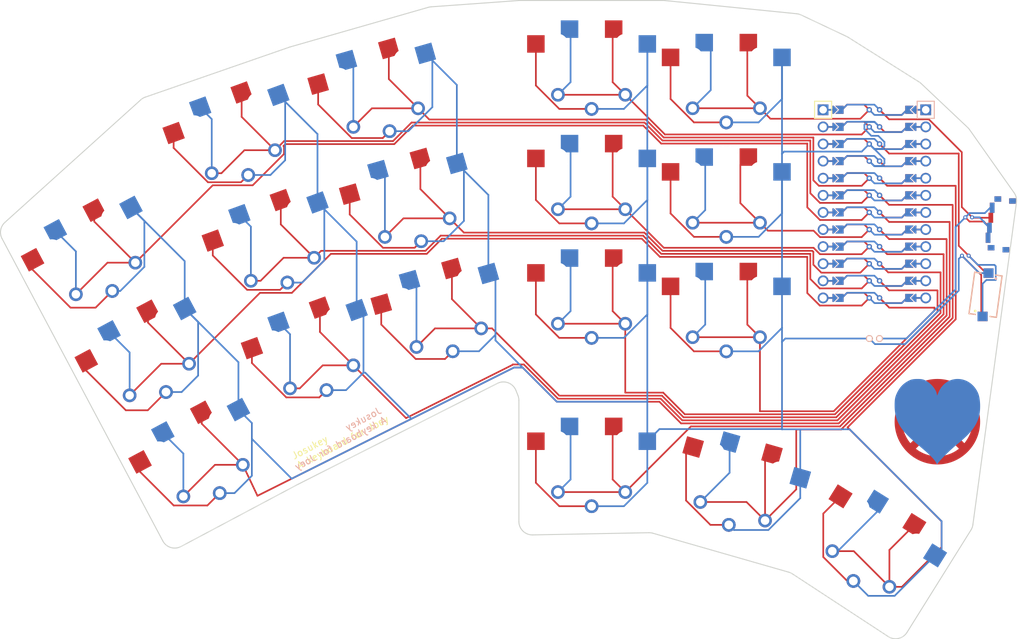
<source format=kicad_pcb>
(kicad_pcb (version 20221018) (generator pcbnew)
  (title_block (title "josukey") (rev "v1.0.0") (company "Unknown"))
  (layers (0 "F.Cu" signal) (31 "B.Cu" signal) (34 "B.Paste" user) (35 "F.Paste" user) (36 "B.SilkS" user "B.Silkscreen") (37 "F.SilkS" user "F.Silkscreen") (38 "B.Mask" user) (39 "F.Mask" user) (44 "Edge.Cuts" user))
  (net 0 "")
  (net 1 "main_pinky_bottom")
  (net 2 "GND")
  (net 3 "main_pinky_home")
  (net 4 "main_pinky_top")
  (net 5 "main_ring_bottom")
  (net 6 "main_ring_home")
  (net 7 "main_ring_top")
  (net 8 "main_middle_bottom")
  (net 9 "main_middle_home")
  (net 10 "main_middle_top")
  (net 11 "main_index_bottom")
  (net 12 "main_index_home")
  (net 13 "main_index_top")
  (net 14 "main_inner_bottom")
  (net 15 "main_inner_home")
  (net 16 "main_inner_top")
  (net 17 "thumb_inner_home")
  (net 18 "thumb_home_home")
  (net 19 "thumb_outer_home")
  (net 20 "RAW")
  (net 21 "RST")
  (net 22 "VCC")
  (net 23 "pos")
  (footprint "lib:bat" (layer "F.Cu") (at 274.499507 168.416655 -90)
    (fp_text reference "")
    (fp_text value "")
  )
  (footprint "ProMicro" (layer "F.Cu") (at 274.499507 148.416655 -90)
    (fp_text reference "MCU1" hide)
    (fp_text value "")
  )
  (footprint "PG1350" (layer "F.Cu") (at 232.499507 145.416655)
    (fp_text reference "S29" hide)
    (fp_text value "" hide)
  )
  (footprint "PG1350" (layer "F.Cu") (at 232.499507 162.416655)
    (fp_text reference "S28" hide)
    (fp_text value "" hide)
  )
  (footprint "PG1350" (layer "F.Cu") (at 158.543277 156.142182 28)
    (fp_text reference "S21" hide)
    (fp_text value "" hide)
  )
  (footprint "PG1350" (layer "F.Cu") (at 252.499507 130.416655)
    (fp_text reference "S33" hide)
    (fp_text value "" hide)
  )
  (footprint "PG1350" (layer "F.Cu") (at 166.524293 171.152291 -152)
    (fp_text reference "S2" hide)
    (fp_text value "" hide)
  )
  (footprint "PG1350" (layer "F.Cu") (at 174.50531 186.1624 -152)
    (fp_text reference "S1" hide)
    (fp_text value "" hide)
  )
  (footprint "PG1350" (layer "F.Cu") (at 200.87753 131.952732 16)
    (fp_text reference "S27" hide)
    (fp_text value "" hide)
  )
  (footprint "PG1350" (layer "F.Cu") (at 232.499507 128.416655)
    (fp_text reference "S30" hide)
    (fp_text value "" hide)
  )
  (footprint "434121025816" (layer "F.Cu") (at 290.999507 161.916655 82.2)
    (fp_text reference "")
    (fp_text value "")
  )
  (footprint "VIA-0.6mm" (layer "F.Cu") (at 287.999507 150.416655)
    (fp_text reference "REF**" hide)
    (fp_text value "VIA-0.6mm" hide)
  )
  (footprint "Button_Switch_SMD:SW_SPDT_PCM12" (layer "F.Cu") (at 293.099507 151.416655 82.2)
    (fp_text reference "")
    (fp_text value "")
  )
  (footprint "PG1350" (layer "F.Cu") (at 274.499507 199.416655 -32)
    (fp_text reference "S36" hide)
    (fp_text value "" hide)
  )
  (footprint "PG1350" (layer "F.Cu") (at 254.499507 190.416655 164)
    (fp_text reference "S17" hide)
    (fp_text value "" hide)
  )
  (footprint "PG1350" (layer "F.Cu") (at 166.524293 171.152291 28)
    (fp_text reference "S20" hide)
    (fp_text value "" hide)
  )
  (footprint "PG1350" (layer "F.Cu") (at 210.2492 164.63563 -164)
    (fp_text reference "S7" hide)
    (fp_text value "" hide)
  )
  (footprint "VIA-0.6mm" (layer "F.Cu") (at 288.999507 150.416655)
    (fp_text reference "REF**" hide)
    (fp_text value "VIA-0.6mm" hide)
  )
  (footprint "PG1350" (layer "F.Cu") (at 191.113328 170.53634 20)
    (fp_text reference "S22" hide)
    (fp_text value "" hide)
  )
  (footprint "PG1350" (layer "F.Cu") (at 232.499507 187.416655 180)
    (fp_text reference "S16" hide)
    (fp_text value "" hide)
  )
  (footprint "PG1350" (layer "F.Cu") (at 174.50531 186.1624 28)
    (fp_text reference "S19" hide)
    (fp_text value "" hide)
  )
  (footprint "PG1350" (layer "F.Cu") (at 232.499507 162.416655 180)
    (fp_text reference "S10" hide)
    (fp_text value "" hide)
  )
  (footprint "PG1350" (layer "F.Cu") (at 232.499507 128.416655 180)
    (fp_text reference "S12" hide)
    (fp_text value "" hide)
  )
  (footprint "PG1350" (layer "F.Cu") (at 205.563365 148.294181 -164)
    (fp_text reference "S8" hide)
    (fp_text value "" hide)
  )
  (footprint "VIA-0.6mm" (layer "F.Cu") (at 287.499507 156.116655)
    (fp_text reference "REF**" hide)
    (fp_text value "VIA-0.6mm" hide)
  )
  (footprint "PG1350" (layer "F.Cu") (at 254.499507 190.416655 -16)
    (fp_text reference "S35" hide)
    (fp_text value "" hide)
  )
  (footprint "PG1350" (layer "F.Cu") (at 191.113328 170.53634 -160)
    (fp_text reference "S4" hide)
    (fp_text value "" hide)
  )
  (footprint "VIA-0.6mm" (layer "F.Cu") (at 288.499507 156.116655)
    (fp_text reference "REF**" hide)
    (fp_text value "VIA-0.6mm" hide)
  )
  (footprint "PG1350" (layer "F.Cu") (at 274.499507 199.416655 148)
    (fp_text reference "S18" hide)
    (fp_text value "" hide)
  )
  (footprint "PG1350" (layer "F.Cu") (at 252.499507 147.416655)
    (fp_text reference "S32" hide)
    (fp_text value "" hide)
  )
  (footprint "PG1350" (layer "F.Cu") (at 205.563365 148.294181 16)
    (fp_text reference "S26" hide)
    (fp_text value "" hide)
  )
  (footprint "PG1350" (layer "F.Cu") (at 252.499507 147.416655 180)
    (fp_text reference "S14" hide)
    (fp_text value "" hide)
  )
  (footprint "PG1350" (layer "F.Cu") (at 252.499507 164.416655)
    (fp_text reference "S31" hide)
    (fp_text value "" hide)
  )
  (footprint "PG1350" (layer "F.Cu") (at 158.543277 156.142182 -152)
    (fp_text reference "S3" hide)
    (fp_text value "" hide)
  )
  (footprint "PG1350" (layer "F.Cu") (at 179.484643 138.586791 20)
    (fp_text reference "S24" hide)
    (fp_text value "" hide)
  )
  (footprint "PG1350" (layer "F.Cu") (at 252.499507 164.416655 180)
    (fp_text reference "S13" hide)
    (fp_text value "" hide)
  )
  (footprint "PG1350" (layer "F.Cu") (at 200.87753 131.952732 -164)
    (fp_text reference "S9" hide)
    (fp_text value "" hide)
  )
  (footprint "PG1350" (layer "F.Cu") (at 232.499507 145.416655 180)
    (fp_text reference "S11" hide)
    (fp_text value "" hide)
  )
  (footprint "PG1350" (layer "F.Cu") (at 210.2492 164.63563 16)
    (fp_text reference "S25" hide)
    (fp_text value "" hide)
  )
  (footprint "PG1350" (layer "F.Cu") (at 232.499507 187.416655)
    (fp_text reference "S34" hide)
    (fp_text value "" hide)
  )
  (footprint "PG1350" (layer "F.Cu") (at 179.484643 138.586791 -160)
    (fp_text reference "S6" hide)
    (fp_text value "" hide)
  )
  (footprint "PG1350" (layer "F.Cu") (at 185.298985 154.561565 20)
    (fp_text reference "S23" hide)
    (fp_text value "" hide)
  )
  (footprint "PG1350" (layer "F.Cu") (at 252.499507 130.416655 180)
    (fp_text reference "S15" hide)
    (fp_text value "" hide)
  )
  (footprint "PG1350" (layer "F.Cu") (at 185.298985 154.561565 -160)
    (fp_text reference "S5" hide)
    (fp_text value "" hide)
  )
  (gr_poly (pts (xy 284.175651 174.424937) (xy 284.497587 174.449517) (xy 284.814909 174.489991) (xy 285.127215 174.545955) (xy 285.434101 174.617009) (xy 285.735165 174.702747) (xy 286.030005 174.802767) (xy 286.318217 174.916667) (xy 286.599399 175.044045) (xy 286.873147 175.184495) (xy 287.139059 175.337617) (xy 287.396731 175.503007) (xy 287.645763 175.680263) (xy 287.885747 175.868979) (xy 288.116285 176.068757) (xy 288.336971 176.279189) (xy 288.547405 176.499877) (xy 288.747181 176.730413) (xy 288.935899 176.970399) (xy 289.113153 177.219429) (xy 289.278543 177.477101) (xy 289.431665 177.743013) (xy 289.572117 178.016761) (xy 289.699493 178.297943) (xy 289.813393 178.586155) (xy 289.913415 178.880995) (xy 289.999153 179.182059) (xy 290.070205 179.488947) (xy 290.126169 179.801253) (xy 290.166643 180.118573) (xy 290.191223 180.440509) (xy 290.199505 180.766655) (xy 290.191223 181.092799) (xy 290.166643 181.414735) (xy 290.126169 181.732057) (xy 290.070205 182.044363) (xy 289.999153 182.351249) (xy 289.913415 182.652313) (xy 289.813393 182.947153) (xy 289.699493 183.235365) (xy 289.572117 183.516547) (xy 289.431665 183.790295) (xy 289.278543 184.056207) (xy 289.113153 184.313879) (xy 288.935899 184.562911) (xy 288.747181 184.802895) (xy 288.547405 185.033433) (xy 288.336971 185.254119) (xy 288.116285 185.464553) (xy 287.885747 185.664329) (xy 287.645763 185.853047) (xy 287.396731 186.030301) (xy 287.139059 186.195691) (xy 286.873147 186.348813) (xy 286.599399 186.489265) (xy 286.318217 186.616641) (xy 286.030005 186.730541) (xy 285.735165 186.830563) (xy 285.434101 186.916301) (xy 285.127215 186.987353) (xy 284.814909 187.043317) (xy 284.497587 187.083791) (xy 284.175651 187.108371) (xy 283.849507 187.116653) (xy 283.523361 187.108371) (xy 283.201425 187.083791) (xy 282.884105 187.043317) (xy 282.571799 186.987353) (xy 282.264913 186.916301) (xy 281.963847 186.830563) (xy 281.669007 186.730541) (xy 281.380795 186.616641) (xy 281.099613 186.489265) (xy 280.825865 186.348813) (xy 280.559955 186.195691) (xy 280.302281 186.030301) (xy 280.053251 185.853047) (xy 279.813265 185.664329) (xy 279.582729 185.464553) (xy 279.362041 185.254119) (xy 279.151609 185.033433) (xy 278.951831 184.802895) (xy 278.930383 184.775619) (xy 280.649637 184.775619) (xy 280.793059 184.885965) (xy 280.939979 184.990913) (xy 281.090243 185.090405) (xy 281.243697 185.184371) (xy 281.400179 185.272751) (xy 281.559539 185.355479) (xy 281.721617 185.432491) (xy 281.886259 185.503723) (xy 282.053307 185.569109) (xy 282.222607 185.628587) (xy 282.394003 185.682091) (xy 282.567339 185.729559) (xy 282.742457 185.770923) (xy 282.919201 185.806123) (xy 283.097417 185.835093) (xy 283.276949 185.857767) (xy 283.276949 182.149367) (xy 284.422065 182.149367) (xy 284.422067 185.857765) (xy 284.601593 185.835077) (xy 284.779805 185.806095) (xy 284.956547 185.770885) (xy 285.131661 185.729511) (xy 285.304993 185.682037) (xy 285.476385 185.628529) (xy 285.645683 185.569049) (xy 285.812731 185.503661) (xy 285.977371 185.432431) (xy 286.139449 185.355423) (xy 286.298809 185.272701) (xy 286.455295 185.184329) (xy 286.608751 185.090369) (xy 286.759021 184.990889) (xy 286.905949 184.885951) (xy 287.049377 184.775621) (xy 284.422065 182.149367) (xy 283.276949 182.149367) (xy 280.649637 184.775619) (xy 278.930383 184.775619) (xy 278.763115 184.562911) (xy 278.585859 184.313879) (xy 278.420469 184.056207) (xy 278.267347 183.790295) (xy 278.126897 183.516547) (xy 277.999519 183.235365) (xy 277.885619 182.947153) (xy 277.785599 182.652313) (xy 277.699861 182.351249) (xy 277.628807 182.044363) (xy 277.572843 181.732057) (xy 277.532369 181.414735) (xy 277.507789 181.092799) (xy 277.499507 180.766655) (xy 278.644623 180.766655) (xy 278.650275 180.995561) (xy 278.666973 181.220875) (xy 278.694323 181.442537) (xy 278.731937 181.660491) (xy 278.779421 181.874677) (xy 278.836389 182.085039) (xy 278.902447 182.291517) (xy 278.977205 182.494053) (xy 279.060273 182.692589) (xy 279.151259 182.887067) (xy 279.249775 183.077431) (xy 279.355427 183.263619) (xy 279.467827 183.445575) (xy 279.586581 183.623239) (xy 279.711303 183.796557) (xy 279.841599 183.965467) (xy 283.276949 180.530117) (xy 283.276949 175.676071) (xy 284.422065 175.676071) (xy 284.422065 180.530117) (xy 287.858473 183.966525) (xy 287.988845 183.797517) (xy 288.113597 183.624101) (xy 288.232345 183.446339) (xy 288.344703 183.264289) (xy 288.450287 183.078009) (xy 288.548711 182.887559) (xy 288.639589 182.692997) (xy 288.722537 182.494383) (xy 288.797169 182.291777) (xy 288.863099 182.085235) (xy 288.919945 181.874817) (xy 288.967317 181.660583) (xy 289.004833 181.442589) (xy 289.032109 181.220899) (xy 289.048755 180.995567) (xy 289.054389 180.766655) (xy 289.048473 180.517267) (xy 289.030899 180.271407) (xy 289.001943 180.029303) (xy 288.961869 179.791183) (xy 288.910949 179.557281) (xy 288.849453 179.327823) (xy 288.777651 179.103043) (xy 288.695813 178.883169) (xy 288.604209 178.668431) (xy 288.503105 178.459057) (xy 288.392777 178.255281) (xy 288.273489 178.057331) (xy 288.145513 177.865439) (xy 288.009121 177.679831) (xy 287.864579 177.500739) (xy 287.712159 177.328395) (xy 287.552131 177.163025) (xy 287.384761 177.004863) (xy 287.210325 176.854137) (xy 287.029087 176.711079) (xy 286.841321 176.575915) (xy 286.647293 176.448879) (xy 286.447277 176.330199) (xy 286.241539 176.220105) (xy 286.030351 176.118827) (xy 285.813981 176.026597) (xy 285.592699 175.943643) (xy 285.366777 175.870195) (xy 285.136483 175.806485) (xy 284.902085 175.752741) (xy 284.663857 175.709193) (xy 284.422065 175.676071) (xy 283.276949 175.676071) (xy 283.276949 175.676601) (xy 283.035157 175.709673) (xy 282.796927 175.753175) (xy 282.562531 175.806877) (xy 282.332237 175.870549) (xy 282.106315 175.943961) (xy 281.885033 176.026881) (xy 281.668663 176.119079) (xy 281.457475 176.220327) (xy 281.251737 176.330395) (xy 281.051719 176.449051) (xy 280.857693 176.576065) (xy 280.669927 176.711207) (xy 280.488689 176.854249) (xy 280.314251 177.004957) (xy 280.146883 177.163105) (xy 279.986855 177.328461) (xy 279.834435 177.500793) (xy 279.689893 177.679875) (xy 279.553499 177.865473) (xy 279.425525 178.057359) (xy 279.306237 178.255303) (xy 279.195907 178.459075) (xy 279.094805 178.668441) (xy 279.003201 178.883177) (xy 278.921361 179.103049) (xy 278.849559 179.327827) (xy 278.788065 179.557283) (xy 278.737145 179.791185) (xy 278.697071 180.029303) (xy 278.668113 180.271407) (xy 278.650541 180.517267) (xy 278.644623 180.766655) (xy 277.499507 180.766655) (xy 277.507789 180.440509) (xy 277.532369 180.118573) (xy 277.572843 179.801253) (xy 277.628807 179.488947) (xy 277.699861 179.182061) (xy 277.785599 178.880995) (xy 277.885619 178.586155) (xy 277.999519 178.297943) (xy 278.126897 178.016761) (xy 278.267347 177.743013) (xy 278.420469 177.477103) (xy 278.585859 177.219429) (xy 278.763115 176.970399) (xy 278.951831 176.730413) (xy 279.151609 176.499877) (xy 279.362041 176.279189) (xy 279.582729 176.068757) (xy 279.813265 175.868979) (xy 280.053251 175.680263) (xy 280.302281 175.503007) (xy 280.559955 175.337617) (xy 280.825865 175.184495) (xy 281.099613 175.044045) (xy 281.380795 174.916667) (xy 281.669007 174.802767) (xy 281.963847 174.702747) (xy 282.264913 174.617009) (xy 282.571799 174.545955) (xy 282.884105 174.489991) (xy 283.201425 174.449517) (xy 283.523361 174.424937) (xy 283.849507 174.416655)) (fill solid) (layer "F.Cu"))
  (gr_poly (pts (xy 287.120725 174.427007) (xy 287.340391 174.453271) (xy 287.558685 174.495371) (xy 287.774739 174.553297) (xy 287.987687 174.627039) (xy 288.196667 174.716587) (xy 288.400811 174.821933) (xy 288.599257 174.943067) (xy 288.791135 175.079981) (xy 288.975583 175.232661) (xy 289.151735 175.401101) (xy 289.318727 175.585289) (xy 289.475691 175.785217) (xy 289.621763 176.000877) (xy 289.756079 176.232255) (xy 289.877773 176.479347) (xy 289.946819 176.652109) (xy 290.007669 176.845205) (xy 290.060261 177.056021) (xy 290.104537 177.281943) (xy 290.140435 177.520361) (xy 290.167895 177.768663) (xy 290.186855 178.024235) (xy 290.197257 178.284465) (xy 290.199039 178.546743) (xy 290.192141 178.808455) (xy 290.176503 179.066987) (xy 290.152063 179.319731) (xy 290.118761 179.564071) (xy 290.076539 179.797397) (xy 290.025333 180.017095) (xy 289.965085 180.220555) (xy 289.875737 180.470611) (xy 289.776067 180.714429) (xy 289.665027 180.953277) (xy 289.541571 181.188433) (xy 289.404651 181.421171) (xy 289.253221 181.652765) (xy 289.086237 181.884489) (xy 288.902651 182.117617) (xy 288.701415 182.353423) (xy 288.481485 182.593185) (xy 288.241815 182.838173) (xy 287.981355 183.089663) (xy 287.699061 183.348929) (xy 287.393887 183.617245) (xy 287.064785 183.895887) (xy 286.710711 184.186129) (xy 286.468405 184.386179) (xy 286.224379 184.595953) (xy 285.740069 185.033655) (xy 285.275579 185.477213) (xy 284.848705 185.904597) (xy 284.477245 186.293783) (xy 284.178995 186.622743) (xy 283.971755 186.869451) (xy 283.907823 186.955077) (xy 283.873319 187.011879) (xy 283.853773 187.054193) (xy 283.838351 187.085531) (xy 283.831791 187.097101) (xy 283.825789 187.105951) (xy 283.820189 187.112085) (xy 283.817489 187.114137) (xy 283.814829 187.115513) (xy 283.812193 187.116215) (xy 283.809557 187.116243) (xy 283.806903 187.115597) (xy 283.804211 187.114279) (xy 283.798635 187.109633) (xy 283.792673 187.102311) (xy 283.786165 187.092319) (xy 283.778955 187.079667) (xy 283.761797 187.046407) (xy 283.739939 187.002593) (xy 283.712119 186.948287) (xy 283.677079 186.883545) (xy 283.656457 186.847281) (xy 283.633557 186.808431) (xy 283.608221 186.767003) (xy 283.580293 186.723005) (xy 283.549613 186.676443) (xy 283.516027 186.627325) (xy 283.479373 186.575661) (xy 283.439497 186.521455) (xy 283.396239 186.464717) (xy 283.349445 186.405455) (xy 283.293491 186.337889) (xy 283.228737 186.263493) (xy 283.075939 186.097239) (xy 282.897259 185.912769) (xy 282.698901 185.716149) (xy 282.487073 185.513453) (xy 282.267985 185.310749) (xy 282.047843 185.114111) (xy 281.832853 184.929609) (xy 280.826319 184.080421) (xy 280.469689 183.774303) (xy 280.181389 183.520901) (xy 279.939351 183.300515) (xy 279.721503 183.093441) (xy 279.505775 182.879981) (xy 279.270099 182.640433) (xy 279.045261 182.401437) (xy 278.836899 182.161643) (xy 278.644743 181.920393) (xy 278.468527 181.677027) (xy 278.307981 181.430889) (xy 278.162837 181.181313) (xy 278.032825 180.927645) (xy 277.917681 180.669221) (xy 277.817133 180.405385) (xy 277.730917 180.135475) (xy 277.658759 179.858833) (xy 277.600395 179.574797) (xy 277.555557 179.282711) (xy 277.523975 178.981911) (xy 277.505381 178.671741) (xy 277.499507 178.351539) (xy 277.502501 178.057067) (xy 277.511553 177.803231) (xy 277.518757 177.689011) (xy 277.527961 177.581901) (xy 277.539327 177.480887) (xy 277.553019 177.384949) (xy 277.569197 177.293073) (xy 277.588023 177.204243) (xy 277.609661 177.117443) (xy 277.634271 177.031655) (xy 277.662015 176.945865) (xy 277.693057 176.859055) (xy 277.765677 176.678313) (xy 277.835541 176.522113) (xy 277.909379 176.371037) (xy 277.987159 176.225127) (xy 278.068849 176.084423) (xy 278.154419 175.948965) (xy 278.243835 175.818793) (xy 278.337067 175.693949) (xy 278.434081 175.574471) (xy 278.534849 175.460401) (xy 278.639335 175.351779) (xy 278.747509 175.248645) (xy 278.859341 175.151039) (xy 278.974797 175.059001) (xy 279.093845 174.972573) (xy 279.216455 174.891795) (xy 279.342595 174.816705) (xy 279.513675 174.721383) (xy 279.593581 174.678947) (xy 279.671323 174.639923) (xy 279.748091 174.604255) (xy 279.825077 174.571893) (xy 279.903473 174.542781) (xy 279.984473 174.516865) (xy 280.069269 174.494095) (xy 280.159051 174.474415) (xy 280.255013 174.457773) (xy 280.358347 174.444113) (xy 280.470243 174.433385) (xy 280.591897 174.425531) (xy 280.724499 174.420503) (xy 280.869241 174.418243) (xy 281.019741 174.418609) (xy 281.156091 174.421773) (xy 281.279733 174.427851) (xy 281.392107 174.436961) (xy 281.494651 174.449223) (xy 281.588805 174.464751) (xy 281.676013 174.483665) (xy 281.757711 174.506085) (xy 281.835341 174.532123) (xy 281.910345 174.561903) (xy 281.984161 174.595539) (xy 282.058229 174.633151) (xy 282.133989 174.674855) (xy 282.212883 174.720769) (xy 282.385831 174.825701) (xy 282.499121 174.899523) (xy 282.612071 174.982243) (xy 282.723937 175.072911) (xy 282.833969 175.170577) (xy 282.941423 175.274293) (xy 283.045549 175.383109) (xy 283.145601 175.496075) (xy 283.240833 175.612241) (xy 283.330495 175.730659) (xy 283.413841 175.850377) (xy 283.490125 175.970449) (xy 283.558597 176.089921) (xy 283.618513 176.207847) (xy 283.669123 176.323277) (xy 283.709681 176.435259) (xy 283.739441 176.542847) (xy 283.818815 176.888921) (xy 284.014607 176.412671) (xy 284.125247 176.168261) (xy 284.249221 175.939851) (xy 284.385667 175.727429) (xy 284.533717 175.530985) (xy 284.692507 175.350513) (xy 284.861171 175.186001) (xy 285.038845 175.037439) (xy 285.224661 174.904819) (xy 285.417757 174.788131) (xy 285.617267 174.687363) (xy 285.822325 174.602509) (xy 286.032065 174.533559) (xy 286.245623 174.480499) (xy 286.462133 174.443325) (xy 286.680729 174.422025) (xy 286.900549 174.416589)) (fill solid) (layer "B.Cu"))
  (gr_line (start 188.812047 190.107588) (end 171.523981 199.299815) (stroke (width 0.15)) (layer "Edge.Cuts"))
  (gr_line (start 221.771428 118.216655) (end 243.199756 118.216655) (stroke (width 0.15)) (layer "Edge.Cuts"))
  (gr_line (start 221.556768 176.859378) (end 221.261175 176.119508) (stroke (width 0.15)) (layer "Edge.Cuts"))
  (gr_line (start 288.614821 137.380017) (end 295.246129 146.774369) (stroke (width 0.15)) (layer "Edge.Cuts"))
  (gr_arc (start 295.246129 146.774369) (mid 295.554809 147.452084) (end 295.594154 148.195746) (stroke (width 0.15)) (layer "Edge.Cuts"))
  (gr_line (start 288.835436 196.854835) (end 279.335578 212.057787) (stroke (width 0.15)) (layer "Edge.Cuts"))
  (gr_arc (start 188.812047 190.107588) (mid 188.829799 190.098263) (end 188.847644 190.089116) (stroke (width 0.15)) (layer "Edge.Cuts"))
  (gr_arc (start 281.134041 130.312473) (mid 281.293665 130.424192) (end 281.441661 130.550912) (stroke (width 0.15)) (layer "Edge.Cuts"))
  (gr_arc (start 223.737447 197.577988) (mid 222.298772 197.005912) (end 221.699507 195.578348) (stroke (width 0.15)) (layer "Edge.Cuts"))
  (gr_line (start 218.500568 175.077153) (end 188.847644 190.089116) (stroke (width 0.15)) (layer "Edge.Cuts"))
  (gr_line (start 281.441661 130.550912) (end 288.354133 137.079357) (stroke (width 0.15)) (layer "Edge.Cuts"))
  (gr_arc (start 261.778827 203.11502) (mid 262.060161 203.219093) (end 262.322766 203.364072) (stroke (width 0.15)) (layer "Edge.Cuts"))
  (gr_line (start 295.594154 148.195746) (end 289.121301 196.063007) (stroke (width 0.15)) (layer "Edge.Cuts"))
  (gr_line (start 187.736788 125.109725) (end 208.247609 119.228342) (stroke (width 0.15)) (layer "Edge.Cuts"))
  (gr_arc (start 289.121301 196.063007) (mid 289.020503 196.474132) (end 288.835436 196.854835) (stroke (width 0.15)) (layer "Edge.Cuts"))
  (gr_arc (start 218.500568 175.077153) (mid 220.110394 174.990455) (end 221.261175 176.119508) (stroke (width 0.15)) (layer "Edge.Cuts"))
  (gr_arc (start 221.627771 118.221821) (mid 221.699553 118.217947) (end 221.771428 118.216655) (stroke (width 0.15)) (layer "Edge.Cuts"))
  (gr_line (start 145.377976 151.160769) (end 165.546146 132.96746) (stroke (width 0.15)) (layer "Edge.Cuts"))
  (gr_arc (start 270.390193 123.565034) (mid 270.497752 123.619855) (end 270.601807 123.681066) (stroke (width 0.15)) (layer "Edge.Cuts"))
  (gr_arc (start 171.523981 199.299815) (mid 170.000295 199.446529) (end 168.819143 198.472863) (stroke (width 0.15)) (layer "Edge.Cuts"))
  (gr_line (start 241.00598 197.25034) (end 223.737447 197.577988) (stroke (width 0.15)) (layer "Edge.Cuts"))
  (gr_line (start 276.544268 212.67142) (end 262.322766 203.364072) (stroke (width 0.15)) (layer "Edge.Cuts"))
  (gr_line (start 243.398763 118.22658) (end 262.956349 120.182339) (stroke (width 0.15)) (layer "Edge.Cuts"))
  (gr_arc (start 165.546147 132.96746) (mid 165.86808 132.730802) (end 166.230632 132.562861) (stroke (width 0.15)) (layer "Edge.Cuts"))
  (gr_arc (start 208.247609 119.228341) (mid 208.449542 119.181611) (end 208.655227 119.156031) (stroke (width 0.15)) (layer "Edge.Cuts"))
  (gr_arc (start 144.951717 153.584764) (mid 144.747836 152.299435) (end 145.377976 151.160769) (stroke (width 0.15)) (layer "Edge.Cuts"))
  (gr_line (start 263.611355 120.363916) (end 270.390193 123.565034) (stroke (width 0.15)) (layer "Edge.Cuts"))
  (gr_line (start 166.230632 132.562861) (end 187.632913 125.142598) (stroke (width 0.15)) (layer "Edge.Cuts"))
  (gr_arc (start 262.95635 120.182339) (mid 263.291623 120.245098) (end 263.611355 120.363916) (stroke (width 0.15)) (layer "Edge.Cuts"))
  (gr_line (start 168.819143 198.472863) (end 144.951717 153.584763) (stroke (width 0.15)) (layer "Edge.Cuts"))
  (gr_line (start 208.655227 119.156031) (end 221.627771 118.221821) (stroke (width 0.15)) (layer "Edge.Cuts"))
  (gr_arc (start 279.335578 212.057786) (mid 278.068902 212.951304) (end 276.544268 212.67142) (stroke (width 0.15)) (layer "Edge.Cuts"))
  (gr_arc (start 187.632913 125.142598) (mid 187.684627 125.125454) (end 187.736788 125.109725) (stroke (width 0.15)) (layer "Edge.Cuts"))
  (gr_line (start 270.601807 123.681066) (end 281.134041 130.312472) (stroke (width 0.15)) (layer "Edge.Cuts"))
  (gr_line (start 261.778827 203.11502) (end 241.595195 197.327457) (stroke (width 0.15)) (layer "Edge.Cuts"))
  (gr_arc (start 241.00598 197.25034) (mid 241.303468 197.266893) (end 241.595195 197.327457) (stroke (width 0.15)) (layer "Edge.Cuts"))
  (gr_arc (start 243.199756 118.216654) (mid 243.299383 118.219137) (end 243.398763 118.22658) (stroke (width 0.15)) (layer "Edge.Cuts"))
  (gr_arc (start 221.556768 176.859378) (mid 221.663498 177.223582) (end 221.699507 177.60139) (stroke (width 0.15)) (layer "Edge.Cuts"))
  (gr_arc (start 288.354132 137.079357) (mid 288.491973 137.223187) (end 288.614821 137.380017) (stroke (width 0.15)) (layer "Edge.Cuts"))
  (gr_line (start 221.699507 195.578348) (end 221.699507 177.60139) (stroke (width 0.15)) (layer "Edge.Cuts"))
  (gr_text "Josukey\nA keyboard for Joey" (at 201.631196 179.667301 28) (layer "B.SilkS") (effects (font (size 1 1)) (justify left mirror)))
  (gr_text "Josukey\nA keyboard for Joey" (at 188.386982 186.709374 28) (layer "F.SilkS") (effects (font (size 1 1)) (justify left)))
  (segment (start 222.25 172.72) (end 220.98 172.72) (width 0.25) (layer "F.Cu") (net 1))
  (segment (start 245.786655 181.016655) (end 242.57 177.8) (width 0.25) (layer "F.Cu") (net 1))
  (segment (start 227.33 177.8) (end 222.25 172.72) (width 0.25) (layer "F.Cu") (net 1))
  (segment (start 171.874564 191.864959) (end 176.56928 187.170243) (width 0.25) (layer "F.Cu") (net 1))
  (segment (start 285.22 153.67) (end 285.22 164.990812) (width 0.25) (layer "F.Cu") (net 1))
  (segment (start 174.603608 179.371342) (end 174.603608 181.069811) (width 0.25) (layer "F.Cu") (net 1))
  (segment (start 182.88 191.77) (end 180.70404 187.170243) (width 0.25) (layer "F.Cu") (net 1))
  (segment (start 242.57 177.8) (end 227.33 177.8) (width 0.25) (layer "F.Cu") (net 1))
  (segment (start 285.22 164.990812) (end 269.194157 181.016655) (width 0.25) (layer "F.Cu") (net 1))
  (segment (start 176.56928 187.170243) (end 180.70404 187.170243) (width 0.25) (layer "F.Cu") (net 1))
  (segment (start 220.98 172.72) (end 182.88 191.77) (width 0.25) (layer "F.Cu") (net 1))
  (segment (start 276.676507 153.641655) (end 285.191655 153.641655) (width 0.25) (layer "F.Cu") (net 1))
  (segment (start 269.194157 181.016655) (end 245.786655 181.016655) (width 0.25) (layer "F.Cu") (net 1))
  (segment (start 275.261507 152.226655) (end 276.676507 153.641655) (width 0.25) (layer "F.Cu") (net 1))
  (segment (start 174.603608 181.069811) (end 180.70404 187.170243) (width 0.25) (layer "F.Cu") (net 1))
  (segment (start 285.191655 153.641655) (end 285.22 153.67) (width 0.25) (layer "F.Cu") (net 1))
  (segment (start 168.820301 182.446381) (end 171.874564 185.500644) (width 0.25) (layer "B.Cu") (net 1))
  (segment (start 171.874564 185.500644) (end 171.874564 191.864959) (width 0.25) (layer "B.Cu") (net 1))
  (segment (start 224.224507 158.666655) (end 224.224507 164.838116) (width 0.25) (layer "F.Cu") (net 2))
  (segment (start 201.487791 138.640175) (end 202.50379 137.624176) (width 0.25) (layer "F.Cu") (net 2))
  (segment (start 182.054796 169.842709) (end 182.054796 172.053989) (width 0.25) (layer "F.Cu") (net 2))
  (segment (start 157.457383 173.198456) (end 163.328927 179.07) (width 0.25) (layer "F.Cu") (net 2))
  (segment (start 206.21525 154.94) (end 207.189625 153.965625) (width 0.25) (layer "F.Cu") (net 2))
  (segment (start 224.224507 189.838116) (end 227.703046 193.316655) (width 0.25) (layer "F.Cu") (net 2))
  (segment (start 180.424815 145.208724) (end 181.502562 144.130977) (width 0.25) (layer "F.Cu") (net 2))
  (segment (start 176.240453 156.079214) (end 181.344737 161.183498) (width 0.25) (layer "F.Cu") (net 2))
  (segment (start 269.469106 191.851393) (end 266.904573 194.415926) (width 0.25) (layer "F.Cu") (net 2))
  (segment (start 181.344737 161.183498) (end 186.239157 161.183498) (width 0.25) (layer "F.Cu") (net 2))
  (segment (start 166.585857 179.07) (end 169.294175 176.361682) (width 0.25) (layer "F.Cu") (net 2))
  (segment (start 196.575284 149.992429) (end 201.522855 154.94) (width 0.25) (layer "F.Cu") (net 2))
  (segment (start 224.224507 124.666655) (end 224.224507 130.838116) (width 0.25) (layer "F.Cu") (net 2))
  (segment (start 191.889449 130.6289) (end 191.889449 133.65098) (width 0.25) (layer "F.Cu") (net 2))
  (segment (start 224.224507 164.838116) (end 227.703046 168.316655) (width 0.25) (layer "F.Cu") (net 2))
  (segment (start 244.224507 143.666655) (end 244.224507 149.838116) (width 0.25) (layer "F.Cu") (net 2))
  (segment (start 266.904573 200.864573) (end 270.460139 204.420139) (width 0.25) (layer "F.Cu") (net 2))
  (segment (start 290.365583 164.400599) (end 290.365583 158.982731) (width 0.25) (layer "F.Cu") (net 2))
  (segment (start 246.527691 192.469638) (end 250.146152 196.088099) (width 0.25) (layer "F.Cu") (net 2))
  (segment (start 165.4384 188.208565) (end 170.435794 193.205959) (width 0.25) (layer "F.Cu") (net 2))
  (segment (start 227.703046 168.316655) (end 232.499507 168.316655) (width 0.25) (layer "F.Cu") (net 2))
  (segment (start 210.732534 171.45) (end 211.87546 170.307074) (width 0.25) (layer "F.Cu") (net 2))
  (segment (start 244.224507 166.838116) (end 247.703046 170.316655) (width 0.25) (layer "F.Cu") (net 2))
  (segment (start 244.224507 149.838116) (end 247.703046 153.316655) (width 0.25) (layer "F.Cu") (net 2))
  (segment (start 270.460139 204.420139) (end 271.372983 204.420139) (width 0.25) (layer "F.Cu") (net 2))
  (segment (start 290.365583 158.982731) (end 287.499507 156.116655) (width 0.25) (layer "F.Cu") (net 2))
  (segment (start 247.578707 184.531025) (end 246.527691 185.582041) (width 0.25) (layer "F.Cu") (net 2))
  (segment (start 244.224507 132.838116) (end 247.703046 136.316655) (width 0.25) (layer "F.Cu") (net 2))
  (segment (start 176.240453 153.867934) (end 176.240453 156.079214) (width 0.25) (layer "F.Cu") (net 2))
  (segment (start 192.0535 177.158273) (end 193.131247 176.080526) (width 0.25) (layer "F.Cu") (net 2))
  (segment (start 196.878644 138.640175) (end 201.487791 138.640175) (width 0.25) (layer "F.Cu") (net 2))
  (segment (start 187.15908 177.158273) (end 192.0535 177.158273) (width 0.25) (layer "F.Cu") (net 2))
  (segment (start 247.703046 170.316655) (end 252.499507 170.316655) (width 0.25) (layer "F.Cu") (net 2))
  (segment (start 224.224507 147.838116) (end 227.703046 151.316655) (width 0.25) (layer "F.Cu") (net 2))
  (segment (start 224.224507 141.666655) (end 224.224507 147.838116) (width 0.25) (layer "F.Cu") (net 2))
  (segment (start 244.224507 160.666655) (end 244.224507 166.838116) (width 0.25) (layer "F.Cu") (net 2))
  (segment (start 201.261119 163.311798) (end 201.261119 166.333878) (width 0.25) (layer "F.Cu") (net 2))
  (segment (start 250.146152 196.088099) (end 252.873247 196.088099) (width 0.25) (layer "F.Cu") (net 2))
  (segment (start 227.703046 193.316655) (end 232.499507 193.316655) (width 0.25) (layer "F.Cu") (net 2))
  (segment (start 163.328927 179.07) (end 166.585857 179.07) (width 0.25) (layer "F.Cu") (net 2))
  (segment (start 227.703046 134.316655) (end 232.499507 134.316655) (width 0.25) (layer "F.Cu") (net 2))
  (segment (start 201.261119 166.333878) (end 206.377241 171.45) (width 0.25) (layer "F.Cu") (net 2))
  (segment (start 246.527691 185.582041) (end 246.527691 192.469638) (width 0.25) (layer "F.Cu") (net 2))
  (segment (start 247.703046 136.316655) (end 252.499507 136.316655) (width 0.25) (layer "F.Cu") (net 2))
  (segment (start 191.889449 133.65098) (end 196.878644 138.640175) (width 0.25) (layer "F.Cu") (net 2))
  (segment (start 247.703046 153.316655) (end 252.499507 153.316655) (width 0.25) (layer "F.Cu") (net 2))
  (segment (start 175.530395 145.208724) (end 180.424815 145.208724) (width 0.25) (layer "F.Cu") (net 2))
  (segment (start 170.435794 193.205959) (end 175.441024 193.205959) (width 0.25) (layer "F.Cu") (net 2))
  (segment (start 224.224507 183.666655) (end 224.224507 189.838116) (width 0.25) (layer "F.Cu") (net 2))
  (segment (start 201.522855 154.94) (end 206.21525 154.94) (width 0.25) (layer "F.Cu") (net 2))
  (segment (start 155.11802 163.83) (end 158.834732 163.83) (width 0.25) (layer "F.Cu") (net 2))
  (segment (start 149.476367 156.716006) (end 149.476367 158.188347) (width 0.25) (layer "F.Cu") (net 2))
  (segment (start 186.239157 161.183498) (end 187.316904 160.105751) (width 0.25) (layer "F.Cu") (net 2))
  (segment (start 227.703046 151.316655) (end 232.499507 151.316655) (width 0.25) (layer "F.Cu") (net 2))
  (segment (start 175.441024 193.205959) (end 177.275192 191.371791) (width 0.25) (layer "F.Cu") (net 2))
  (segment (start 165.4384 186.736224) (end 165.4384 188.208565) (width 0.25) (layer "F.Cu") (net 2))
  (segment (start 157.457383 171.726115) (end 157.457383 173.198456) (width 0.25) (layer "F.Cu") (net 2))
  (segment (start 224.224507 130.838116) (end 227.703046 134.316655) (width 0.25) (layer "F.Cu") (net 2))
  (segment (start 158.834732 163.83) (end 161.313159 161.351573) (width 0.25) (layer "F.Cu") (net 2))
  (segment (start 170.426111 140.10444) (end 175.530395 145.208724) (width 0.25) (layer "F.Cu") (net 2))
  (segment (start 266.904573 194.415926) (end 266.904573 200.864573) (width 0.25) (layer "F.Cu") (net 2))
  (segment (start 182.054796 172.053989) (end 187.15908 177.158273) (width 0.25) (layer "F.Cu") (net 2))
  (segment (start 206.377241 171.45) (end 210.732534 171.45) (width 0.25) (layer "F.Cu") (net 2))
  (segment (start 244.224507 126.666655) (end 244.224507 132.838116) (width 0.25) (layer "F.Cu") (net 2))
  (segment (start 170.426111 137.89316) (end 170.426111 140.10444) (width 0.25) (layer "F.Cu") (net 2))
  (segment (start 196.575284 146.970349) (end 196.575284 149.992429) (width 0.25) (layer "F.Cu") (net 2))
  (segment (start 149.476367 158.188347) (end 155.11802 163.83) (width 0.25) (layer "F.Cu") (net 2))
  (segment (start 222.25 172.72) (end 220.98 172.72) (width 0.25) (layer "B.Cu") (net 2))
  (segment (start 198.889023 173.489023) (end 198.620977 173.489023) (width 0.25) (layer "B.Cu") (net 2))
  (segment (start 240.774507 183.666655) (end 242.579695 181.861467) (width 0.25) (layer "B.Cu") (net 2))
  (segment (start 284.48 195.556176) (end 284.48 199.645859) (width 0.25) (layer "B.Cu") (net 2))
  (segment (start 208.849346 127.118118) (end 208.849346 134.050654) (width 0.25) (layer "B.Cu") (net 2))
  (segment (start 290.079577 158.696725) (end 287.499507 156.116655) (width 0.25) (layer "B.Cu") (net 2))
  (segment (start 180.051183 178.966469) (end 179.947652 179.07) (width 0.25) (layer "B.Cu") (net 2))
  (segment (start 191.792366 148.207501) (end 192.806634 149.221769) (width 0.25) (layer "B.Cu") (net 2))
  (segment (start 208.849346 134.050654) (end 205.275824 137.624176) (width 0.25) (layer "B.Cu") (net 2))
  (segment (start 240.774507 164.838116) (end 237.295968 168.316655) (width 0.25) (layer "B.Cu") (net 2))
  (segment (start 220.98 172.72) (end 205.74 180.34) (width 0.25) (layer "B.Cu") (net 2))
  (segment (start 287.02 161.291396) (end 279.069741 169.241655) (width 0.25) (layer "B.Cu") (net 2))
  (segment (start 273.737507 139.526655) (end 272.612507 140.651655) (width 0.25) (layer "B.Cu") (net 2))
  (segment (start 260.774507 166.838116) (end 257.295968 170.316655) (width 0.25) (layer "B.Cu") (net 2))
  (segment (start 260.774507 143.666655) (end 260.774507 149.838116) (width 0.25) (layer "B.Cu") (net 2))
  (segment (start 240.774507 158.666655) (end 240.774507 177.8) (width 0.25) (layer "B.Cu") (net 2))
  (segment (start 261.092852 140.651655) (end 260.774507 140.97) (width 0.25) (layer "B.Cu") (net 2))
  (segment (start 184.799023 144.130977) (end 181.502562 144.130977) (width 0.25) (layer "B.Cu") (net 2))
  (segment (start 191.792366 148.207501) (end 197.606709 154.021844) (width 0.25) (layer "B.Cu") (net 2))
  (segment (start 283.504302 200.621557) (end 277.496025 206.629834) (width 0.25) (layer "B.Cu") (net 2))
  (segment (start 180.051183 178.966469) (end 182.04504 180.960326) (width 0.25) (layer "B.Cu") (net 2))
  (segment (start 213.535181 150.954819) (end 210.524375 153.965625) (width 0.25) (layer "B.Cu") (net 2))
  (segment (start 263.555004 181.895888) (end 270.819712 181.895888) (width 0.25) (layer "B.Cu") (net 2))
  (segment (start 275.986507 139.82696) (end 275.561812 140.251655) (width 0.25) (layer "B.Cu") (net 2))
  (segment (start 237.295968 151.316655) (end 232.499507 151.316655) (width 0.25) (layer "B.Cu") (net 2))
  (segment (start 164.08915 148.946251) (end 166.083007 150.940108) (width 0.25) (layer "B.Cu") (net 2))
  (segment (start 260.774507 181.895888) (end 263.555004 181.895888) (width 0.25) (layer "B.Cu") (net 2))
  (segment (start 197.606709 164.182276) (end 198.620977 165.196544) (width 0.25) (layer "B.Cu") (net 2))
  (segment (start 274.574507 169.241655) (end 273.749507 168.416655) (width 0.25) (layer "B.Cu") (net 2))
  (segment (start 210.524375 153.965625) (end 207.189625 153.965625) (width 0.25) (layer "B.Cu") (net 2))
  (segment (start 270.819712 181.895888) (end 284.48 195.556176) (width 0.25) (layer "B.Cu") (net 2))
  (segment (start 261.267852 168.416655) (end 260.774507 168.91) (width 0.25) (layer "B.Cu") (net 2))
  (segment (start 260.774507 160.666655) (end 260.774507 166.838116) (width 0.25) (layer "B.Cu") (net 2))
  (segment (start 198.620977 173.489023) (end 196.029474 176.080526) (width 0.25) (layer "B.Cu") (net 2))
  (segment (start 186.992292 141.937708) (end 184.799023 144.130977) (width 0.25) (layer "B.Cu") (net 2))
  (segment (start 253.635148 196.85) (end 252.873247 196.088099) (width 0.25) (layer "B.Cu") (net 2))
  (segment (start 263.487588 181.963304) (end 263.555004 181.895888) (width 0.25) (layer "B.Cu") (net 2))
  (segment (start 275.561812 140.251655) (end 274.462507 140.251655) (width 0.25) (layer "B.Cu") (net 2))
  (segment (start 275.261507 136.986655) (end 274.536507 136.261655) (width 0.25) (layer "B.Cu") (net 2))
  (segment (start 182.04504 180.960326) (end 182.04504 183.338735) (width 0.25) (layer "B.Cu") (net 2))
  (segment (start 260.774507 132.838116) (end 257.295968 136.316655) (width 0.25) (layer "B.Cu") (net 2))
  (segment (start 291.440583 158.696725) (end 290.079577 158.696725) (width 0.25) (layer "B.Cu") (net 2))
  (segment (start 260.774507 180.34) (end 260.774507 181.895888) (width 0.25) (layer "B.Cu") (net 2))
  (segment (start 213.535181 143.459567) (end 213.535181 150.954819) (width 0.25) (layer "B.Cu") (net 2))
  (segment (start 275.986507 141.76635) (end 275.986507 142.36696) (width 0.25) (layer "B.Cu") (net 2))
  (segment (start 180.051183 171.937377) (end 180.051183 178.966469) (width 0.25) (layer "B.Cu") (net 2))
  (segment (start 274.036202 138.310655) (end 275.070812 138.310655) (width 0.25) (layer "B.Cu") (net 2))
  (segment (start 166.083007 157.766993) (end 162.498427 161.351573) (width 0.25) (layer "B.Cu") (net 2))
  (segment (start 174.064023 165.950217) (end 174.064023 173.915977) (width 0.25) (layer "B.Cu") (net 2))
  (segment (start 171.618318 176.361682) (end 169.294175 176.361682) (width 0.25) (layer "B.Cu") (net 2))
  (segment (start 182.04504 183.338735) (end 182.04504 188.79496) (width 0.25) (layer "B.Cu") (net 2))
  (segment (start 218.221016 168.691016) (end 222.25 172.72) (width 0.25) (layer "B.Cu") (net 2))
  (segment (start 191.792366 138.047069) (end 191.792366 148.207501) (width 0.25) (layer "B.Cu") (net 2))
  (segment (start 185.978024 132.232727) (end 186.992292 133.246995) (width 0.25) (layer "B.Cu") (net 2))
  (segment (start 240.774507 141.666655) (end 240.774507 147.838116) (width 0.25) (layer "B.Cu") (net 2))
  (segment (start 186.992292 133.246995) (end 186.992292 141.937708) (width 0.25) (layer "B.Cu") (net 2))
  (segment (start 260.740086 181.861467) (end 260.774507 181.895888) (width 0.25) (layer "B.Cu") (net 2))
  (segment (start 212.484165 130.752937) (end 212.484165 142.408551) (width 0.25) (layer "B.Cu") (net 2))
  (segment (start 217.17 147.094386) (end 217.17 158.75) (width 0.25) (layer "B.Cu") (net 2))
  (segment (start 212.484165 142.408551) (end 213.535181 143.459567) (width 0.25) (layer "B.Cu") (net 2))
  (segment (start 189.510131 160.105751) (end 187.316904 160.105751) (width 0.25) (layer "B.Cu") (net 2))
  (segment (start 274.462507 142.791655) (end 273.737507 142.066655) (width 0.25) (layer "B.Cu") (net 2))
  (segment (start 260.774507 126.666655) (end 260.774507 132.838116) (width 0.25) (layer "B.Cu") (net 2))
  (segment (start 284.48 199.645859) (end 283.504302 200.621557) (width 0.25) (layer "B.Cu") (net 2))
  (segment (start 273.737507 139.526655) (end 273.746812 139.526655) (width 0.25) (layer "B.Cu") (net 2))
  (segment (start 166.083007 150.940108) (end 166.083007 157.766993) (width 0.25) (layer "B.Cu") (net 2))
  (segment (start 207.79833 126.067102) (end 212.484165 130.752937) (width 0.25) (layer "B.Cu") (net 2))
  (segment (start 205.275824 137.624176) (end 202.50379 137.624176) (width 0.25) (layer "B.Cu") (net 2))
  (segment (start 240.774507 124.666655) (end 240.774507 130.838116) (width 0.25) (layer "B.Cu") (net 2))
  (segment (start 274.462507 140.251655) (end 273.737507 139.526655) (width 0.25) (layer "B.Cu") (net 2))
  (segment (start 260.774507 160.666655) (end 260.774507 143.666655) (width 0.25) (layer "B.Cu") (net 2))
  (segment (start 274.536507 136.261655) (end 273.437202 136.261655) (width 0.25) (layer "B.Cu") (net 2))
  (segment (start 240.774507 183.666655) (end 240.774507 189.838116) (width 0.25) (layer "B.Cu") (net 2))
  (segment (start 237.295968 168.316655) (end 232.499507 168.316655) (width 0.25) (layer "B.Cu") (net 2))
  (segment (start 260.774507 126.666655) (end 260.774507 140.97) (width 0.25) (layer "B.Cu") (net 2))
  (segment (start 273.749507 168.416655) (end 261.267852 168.416655) (width 0.25) (layer "B.Cu") (net 2))
  (segment (start 174.064023 173.915977) (end 171.618318 176.361682) (width 0.25) (layer "B.Cu") (net 2))
  (segment (start 192.806634 149.221769) (end 192.806634 156.809248) (width 0.25) (layer "B.Cu") (net 2))
  (segment (start 182.04504 188.79496) (end 179.468209 191.371791) (width 0.25) (layer "B.Cu") (net 2))
  (segment (start 277.496025 206.629834) (end 273.582678 206.629834) (width 0.25) (layer "B.Cu") (net 2))
  (segment (start 218.221016 167.858984) (end 215.772926 170.307074) (width 0.25) (layer "B.Cu") (net 2))
  (segment (start 260.774507 140.97) (end 260.774507 143.666655) (width 0.25) (layer "B.Cu") (net 2))
  (segment (start 287.02 156.596162) (end 287.02 161.291396) (width 0.25) (layer "B.Cu") (net 2))
  (segment (start 185.978024 132.232727) (end 191.792366 138.047069) (width 0.25) (layer "B.Cu") (net 2))
  (segment (start 273.012507 137.28696) (end 274.036202 138.310655) (width 0.25) (layer "B.Cu") (net 2))
  (segment (start 260.774507 168.91) (end 260.774507 180.34) (width 0.25) (layer "B.Cu") (net 2))
  (segment (start 273.582678 206.629834) (end 271.372983 204.420139) (width 0.25) (layer "B.Cu") (net 2))
  (segment (start 172.070166 156.927267) (end 172.070166 163.95636) (width 0.25) (layer "B.Cu") (net 2))
  (segment (start 273.012507 136.68635) (end 273.012507 137.28696) (width 0.25) (layer "B.Cu") (net 2))
  (segment (start 260.774507 166.838116) (end 260.774507 168.91) (width 0.25) (layer "B.Cu") (net 2))
  (segment (start 263.487588 189.092823) (end 263.487588 181.963304) (width 0.25) (layer "B.Cu") (net 2))
  (segment (start 179.468209 191.371791) (end 177.275192 191.371791) (width 0.25) (layer "B.Cu") (net 2))
  (segment (start 164.08915 148.946251) (end 172.070166 156.927267) (width 0.25) (layer "B.Cu") (net 2))
  (segment (start 218.221016 159.801016) (end 218.221016 168.691016) (width 0.25) (layer "B.Cu") (net 2))
  (segment (start 258.752491 196.85) (end 253.635148 196.85) (width 0.25) (layer "B.Cu") (net 2))
  (segment (start 240.774507 130.838116) (end 237.295968 134.316655) (width 0.25) (layer "B.Cu") (net 2))
  (segment (start 240.774507 124.666655) (end 240.774507 141.666655) (width 0.25) (layer "B.Cu") (net 2))
  (segment (start 260.774507 149.838116) (end 257.295968 153.316655) (width 0.25) (layer "B.Cu") (net 2))
  (segment (start 263.487588 192.114903) (end 258.752491 196.85) (width 0.25) (layer "B.Cu") (net 2))
  (segment (start 272.612507 140.651655) (end 261.092852 140.651655) (width 0.25) (layer "B.Cu") (net 2))
  (segment (start 182.068735 183.338735) (end 182.04504 183.338735) (width 0.25) (layer "B.Cu") (net 2))
  (segment (start 257.295968 136.316655) (end 252.499507 136.316655) (width 0.25) (layer "B.Cu") (net 2))
  (segment (start 273.746812 139.526655) (end 275.986507 141.76635) (width 0.25) (layer "B.Cu") (net 2))
  (segment (start 205.74 180.34) (end 187.96 189.23) (width 0.25) (layer "B.Cu") (net 2))
  (segment (start 257.295968 153.316655) (end 252.499507 153.316655) (width 0.25) (layer "B.Cu") (net 2))
  (segment (start 207.79833 126.067102) (end 208.849346 127.118118) (width 0.25) (layer "B.Cu") (net 2))
  (segment (start 279.069741 169.241655) (end 274.574507 169.241655) (width 0.25) (layer "B.Cu") (net 2))
  (segment (start 215.772926 170.307074) (end 211.87546 170.307074) (width 0.25) (layer "B.Cu") (net 2))
  (segment (start 240.774507 141.666655) (end 240.774507 158.666655) (width 0.25) (layer "B.Cu") (net 2))
  (segment (start 212.484165 142.408551) (end 217.17 147.094386) (width 0.25) (layer "B.Cu") (net 2))
  (segment (start 240.774507 189.838116) (end 237.295968 193.316655) (width 0.25) (layer "B.Cu") (net 2))
  (segment (start 237.295968 134.316655) (end 232.499507 134.316655) (width 0.25) (layer "B.Cu") (net 2))
  (segment (start 242.579695 181.861467) (end 260.740086 181.861467) (width 0.25) (layer "B.Cu") (net 2))
  (segment (start 237.295968 193.316655) (end 232.499507 193.316655) (width 0.25) (layer "B.Cu") (net 2))
  (segment (start 187.96 189.23) (end 182.068735 183.338735) (width 0.25) (layer "B.Cu") (net 2))
  (segment (start 275.986507 139.22635) (end 275.986507 139.82696) (width 0.25) (layer "B.Cu") (net 2))
  (segment (start 275.986507 142.36696) (end 275.561812 142.791655) (width 0.25) (layer "B.Cu") (net 2))
  (segment (start 263.487588 189.092823) (end 263.487588 192.114903) (width 0.25) (layer "B.Cu") (net 2))
  (segment (start 198.620977 165.196544) (end 198.620977 173.489023) (width 0.25) (layer "B.Cu") (net 2))
  (segment (start 172.070166 163.95636) (end 174.064023 165.950217) (width 0.25) (layer "B.Cu") (net 2))
  (segment (start 257.295968 170.316655) (end 252.499507 170.316655) (width 0.25) (layer "B.Cu") (net 2))
  (segment (start 179.947652 179.07) (end 179.07 179.07) (width 0.25) (layer "B.Cu") (net 2))
  (segment (start 227.33 177.8) (end 240.774507 177.8) (width 0.25) (layer "B.Cu") (net 2))
  (segment (start 275.561812 142.791655) (end 274.462507 142.791655) (width 0.25) (layer "B.Cu") (net 2))
  (segment (start 240.774507 158.666655) (end 240.774507 164.838116) (width 0.25) (layer "B.Cu") (net 2))
  (segment (start 192.806634 156.809248) (end 189.510131 160.105751) (width 0.25) (layer "B.Cu") (net 2))
  (segment (start 240.774507 147.838116) (end 237.295968 151.316655) (width 0.25) (layer "B.Cu") (net 2))
  (segment (start 287.499507 156.116655) (end 287.02 156.596162) (width 0.25) (layer "B.Cu") (net 2))
  (segment (start 273.437202 136.261655) (end 273.012507 136.68635) (width 0.25) (layer "B.Cu") (net 2))
  (segment (start 172.070166 163.95636) (end 180.051183 171.937377) (width 0.25) (layer "B.Cu") (net 2))
  (segment (start 196.029474 176.080526) (end 193.131247 176.080526) (width 0.25) (layer "B.Cu") (net 2))
  (segment (start 162.498427 161.351573) (end 161.313159 161.351573) (width 0.25) (layer "B.Cu") (net 2))
  (segment (start 217.17 158.75) (end 218.221016 159.801016) (width 0.25) (layer "B.Cu") (net 2))
  (segment (start 222.25 172.72) (end 227.33 177.8) (width 0.25) (layer "B.Cu") (net 2))
  (segment (start 197.606709 154.021844) (end 197.606709 164.182276) (width 0.25) (layer "B.Cu") (net 2))
  (segment (start 240.774507 177.8) (end 240.774507 183.666655) (width 0.25) (layer "B.Cu") (net 2))
  (segment (start 275.070812 138.310655) (end 275.986507 139.22635) (width 0.25) (layer "B.Cu") (net 2))
  (segment (start 205.74 180.34) (end 198.889023 173.489023) (width 0.25) (layer "B.Cu") (net 2))
  (segment (start 242.65 156.29) (end 239.945277 153.585277) (width 0.25) (layer "F.Cu") (net 3))
  (segment (start 273.737507 162.386655) (end 272.612507 163.511655) (width 0.25) (layer "F.Cu") (net 3))
  (segment (start 193.778538 155.84) (end 187.98504 161.633498) (width 0.25) (layer "F.Cu") (net 3))
  (segment (start 266.381655 163.511655) (end 264.53 161.66) (width 0.25) (layer "F.Cu") (net 3))
  (segment (start 264.53 161.66) (end 264.53 156.29) (width 0.25) (layer "F.Cu") (net 3))
  (segment (start 210.271119 153.585277) (end 208.016396 155.84) (width 0.25) (layer "F.Cu") (net 3))
  (segment (start 264.53 156.29) (end 242.65 156.29) (width 0.25) (layer "F.Cu") (net 3))
  (segment (start 183.249659 161.633498) (end 172.723023 172.160134) (width 0.25) (layer "F.Cu") (net 3))
  (segment (start 166.622591 164.361233) (end 166.622591 166.059702) (width 0.25) (layer "F.Cu") (net 3))
  (segment (start 272.612507 163.511655) (end 266.381655 163.511655) (width 0.25) (layer "F.Cu") (net 3))
  (segment (start 239.945277 153.585277) (end 210.271119 153.585277) (width 0.25) (layer "F.Cu") (net 3))
  (segment (start 166.622591 166.059702) (end 172.723023 172.160134) (width 0.25) (layer "F.Cu") (net 3))
  (segment (start 168.588263 172.160134) (end 172.723023 172.160134) (width 0.25) (layer "F.Cu") (net 3))
  (segment (start 208.016396 155.84) (end 193.778538 155.84) (width 0.25) (layer "F.Cu") (net 3))
  (segment (start 187.98504 161.633498) (end 183.249659 161.633498) (width 0.25) (layer "F.Cu") (net 3))
  (segment (start 163.893547 176.85485) (end 168.588263 172.160134) (width 0.25) (layer "F.Cu") (net 3))
  (segment (start 160.839284 167.436272) (end 163.893547 170.490535) (width 0.25) (layer "B.Cu") (net 3))
  (segment (start 163.893547 170.490535) (end 163.893547 176.85485) (width 0.25) (layer "B.Cu") (net 3))
  (segment (start 186.823783 141.002983) (end 182.168042 145.658724) (width 0.25) (layer "F.Cu") (net 4))
  (segment (start 158.641575 149.351124) (end 158.641575 151.049593) (width 0.25) (layer "F.Cu") (net 4))
  (segment (start 205.949569 136.79) (end 203.199394 139.540175) (width 0.25) (layer "F.Cu") (net 4))
  (segment (start 186.823783 139.892061) (end 186.823783 141.002983) (width 0.25) (layer "F.Cu") (net 4))
  (segment (start 242.835319 139.461655) (end 240.163664 136.79) (width 0.25) (layer "F.Cu") (net 4))
  (segment (start 264.53 139.461655) (end 242.835319 139.461655) (width 0.25) (layer "F.Cu") (net 4))
  (segment (start 186.749211 139.81749) (end 186.823783 139.892061) (width 0.25) (layer "F.Cu") (net 4))
  (segment (start 240.163664 136.79) (end 205.949569 136.79) (width 0.25) (layer "F.Cu") (net 4))
  (segment (start 273.737507 149.686655) (end 272.612507 150.811655) (width 0.25) (layer "F.Cu") (net 4))
  (segment (start 272.612507 150.811655) (end 266.413516 150.811655) (width 0.25) (layer "F.Cu") (net 4))
  (segment (start 176.233308 145.658724) (end 164.742007 157.150025) (width 0.25) (layer "F.Cu") (net 4))
  (segment (start 158.641575 151.049593) (end 164.742007 157.150025) (width 0.25) (layer "F.Cu") (net 4))
  (segment (start 155.912531 161.844741) (end 160.607247 157.150025) (width 0.25) (layer "F.Cu") (net 4))
  (segment (start 182.168042 145.658724) (end 176.233308 145.658724) (width 0.25) (layer "F.Cu") (net 4))
  (segment (start 266.413516 150.811655) (end 264.53 148.928139) (width 0.25) (layer "F.Cu") (net 4))
  (segment (start 203.199394 139.540175) (end 187.026526 139.540175) (width 0.25) (layer "F.Cu") (net 4))
  (segment (start 160.607247 157.150025) (end 164.742007 157.150025) (width 0.25) (layer "F.Cu") (net 4))
  (segment (start 187.026526 139.540175) (end 186.749211 139.81749) (width 0.25) (layer "F.Cu") (net 4))
  (segment (start 264.53 148.928139) (end 264.53 139.461655) (width 0.25) (layer "F.Cu") (net 4))
  (segment (start 152.858268 152.426163) (end 155.912531 155.480426) (width 0.25) (layer "B.Cu") (net 4))
  (segment (start 155.912531 155.480426) (end 155.912531 161.844741) (width 0.25) (layer "B.Cu") (net 4))
  (segment (start 220.793604 172.27) (end 220.713438 172.350166) (width 0.25) (layer "F.Cu") (net 5))
  (segment (start 204.947521 180.233124) (end 197.111468 172.397071) (width 0.25) (layer "F.Cu") (net 5))
  (segment (start 220.713438 172.350166) (end 204.947521 180.233124) (width 0.25) (layer "F.Cu") (net 5))
  (segment (start 242.756396 177.35) (end 227.516396 177.35) (width 0.25) (layer "F.Cu") (net 5))
  (segment (start 275.261507 154.766655) (end 276.386507 155.891655) (width 0.25) (layer "F.Cu") (net 5))
  (segment (start 269.007761 180.566655) (end 245.973051 180.566655) (width 0.25) (layer "F.Cu") (net 5))
  (segment (start 284.77 164.804416) (end 269.007761 180.566655) (width 0.25) (layer "F.Cu") (net 5))
  (segment (start 222.436396 172.27) (end 220.793604 172.27) (width 0.25) (layer "F.Cu") (net 5))
  (segment (start 284.77 155.891655) (end 284.77 164.804416) (width 0.25) (layer "F.Cu") (net 5))
  (segment (start 187.714541 175.817273) (end 189.151381 175.817273) (width 0.25) (layer "F.Cu") (net 5))
  (segment (start 245.973051 180.566655) (end 242.756396 177.35) (width 0.25) (layer "F.Cu") (net 5))
  (segment (start 192.571583 172.397071) (end 197.111468 172.397071) (width 0.25) (layer "F.Cu") (net 5))
  (segment (start 192.155801 163.825053) (end 192.155801 167.441404) (width 0.25) (layer "F.Cu") (net 5))
  (segment (start 192.155801 167.441404) (end 197.111468 172.397071) (width 0.25) (layer "F.Cu") (net 5))
  (segment (start 227.516396 177.35) (end 222.436396 172.27) (width 0.25) (layer "F.Cu") (net 5))
  (segment (start 189.151381 175.817273) (end 192.571583 172.397071) (width 0.25) (layer "F.Cu") (net 5))
  (segment (start 276.386507 155.891655) (end 284.77 155.891655) (width 0.25) (layer "F.Cu") (net 5))
  (segment (start 186.000815 166.065285) (end 187.714541 167.779011) (width 0.25) (layer "B.Cu") (net 5))
  (segment (start 187.714541 167.779011) (end 187.714541 175.817273) (width 0.25) (layer "B.Cu") (net 5))
  (segment (start 183.337038 159.842498) (end 186.75724 156.422296) (width 0.25) (layer "F.Cu") (net 6))
  (segment (start 273.737507 159.846655) (end 272.612507 160.971655) (width 0.25) (layer "F.Cu") (net 6))
  (segment (start 181.900198 159.842498) (end 183.337038 159.842498) (width 0.25) (layer "F.Cu") (net 6))
  (segment (start 240.145337 153.135277) (end 210.084723 153.135277) (width 0.25) (layer "F.Cu") (net 6))
  (segment (start 266.381655 160.971655) (end 264.98 159.57) (width 0.25) (layer "F.Cu") (net 6))
  (segment (start 210.084723 153.135277) (end 207.83 155.39) (width 0.25) (layer "F.Cu") (net 6))
  (segment (start 186.341458 147.850278) (end 186.341458 151.466629) (width 0.25) (layer "F.Cu") (net 6))
  (segment (start 186.341458 151.466629) (end 191.297125 156.422296) (width 0.25) (layer "F.Cu") (net 6))
  (segment (start 264.98 155.84) (end 242.85006 155.84) (width 0.25) (layer "F.Cu") (net 6))
  (segment (start 186.75724 156.422296) (end 191.297125 156.422296) (width 0.25) (layer "F.Cu") (net 6))
  (segment (start 192.329421 155.39) (end 191.297125 156.422296) (width 0.25) (layer "F.Cu") (net 6))
  (segment (start 264.98 159.57) (end 264.98 155.84) (width 0.25) (layer "F.Cu") (net 6))
  (segment (start 242.85006 155.84) (end 240.145337 153.135277) (width 0.25) (layer "F.Cu") (net 6))
  (segment (start 207.83 155.39) (end 192.329421 155.39) (width 0.25) (layer "F.Cu") (net 6))
  (segment (start 272.612507 160.971655) (end 266.381655 160.971655) (width 0.25) (layer "F.Cu") (net 6))
  (segment (start 181.900198 151.804236) (end 181.900198 159.842498) (width 0.25) (layer "B.Cu") (net 6))
  (segment (start 180.186472 150.09051) (end 181.900198 151.804236) (width 0.25) (layer "B.Cu") (net 6))
  (segment (start 177.522696 143.867724) (end 180.942898 140.447522) (width 0.25) (layer "F.Cu") (net 7))
  (segment (start 240.35006 136.34) (end 205.763173 136.34) (width 0.25) (layer "F.Cu") (net 7))
  (segment (start 176.085856 143.867724) (end 177.522696 143.867724) (width 0.25) (layer "F.Cu") (net 7))
  (segment (start 273.737507 147.146655) (end 272.612507 148.271655) (width 0.25) (layer "F.Cu") (net 7))
  (segment (start 243.021715 139.011655) (end 240.35006 136.34) (width 0.25) (layer "F.Cu") (net 7))
  (segment (start 272.612507 148.271655) (end 266.413516 148.271655) (width 0.25) (layer "F.Cu") (net 7))
  (segment (start 180.527116 131.875504) (end 180.527116 135.491855) (width 0.25) (layer "F.Cu") (net 7))
  (segment (start 264.98 146.838139) (end 264.98 139.011655) (width 0.25) (layer "F.Cu") (net 7))
  (segment (start 180.942898 140.447522) (end 185.482783 140.447522) (width 0.25) (layer "F.Cu") (net 7))
  (segment (start 266.413516 148.271655) (end 264.98 146.838139) (width 0.25) (layer "F.Cu") (net 7))
  (segment (start 203.012998 139.090175) (end 186.84013 139.090175) (width 0.25) (layer "F.Cu") (net 7))
  (segment (start 186.84013 139.090175) (end 185.482783 140.447522) (width 0.25) (layer "F.Cu") (net 7))
  (segment (start 180.527116 135.491855) (end 185.482783 140.447522) (width 0.25) (layer "F.Cu") (net 7))
  (segment (start 205.763173 136.34) (end 203.012998 139.090175) (width 0.25) (layer "F.Cu") (net 7))
  (segment (start 264.98 139.011655) (end 243.021715 139.011655) (width 0.25) (layer "F.Cu") (net 7))
  (segment (start 176.085856 135.829462) (end 176.085856 143.867724) (width 0.25) (layer "B.Cu") (net 7))
  (segment (start 174.37213 134.115736) (end 176.085856 135.829462) (width 0.25) (layer "B.Cu") (net 7))
  (segment (start 284.32 158.59) (end 284.32 164.61802) (width 0.25) (layer "F.Cu") (net 8))
  (segment (start 284.32 164.61802) (end 268.821365 180.116655) (width 0.25) (layer "F.Cu") (net 8))
  (segment (start 246.159447 180.116655) (end 242.942792 176.9) (width 0.25) (layer "F.Cu") (net 8))
  (segment (start 227.702792 176.9) (end 217.71303 166.910238) (width 0.25) (layer "F.Cu") (net 8))
  (segment (start 276.544852 158.59) (end 284.32 158.59) (width 0.25) (layer "F.Cu") (net 8))
  (segment (start 211.75729 158.013411) (end 211.75729 162.564598) (width 0.25) (layer "F.Cu") (net 8))
  (segment (start 275.261507 157.306655) (end 276.544852 158.59) (width 0.25) (layer "F.Cu") (net 8))
  (segment (start 242.942792 176.9) (end 227.702792 176.9) (width 0.25) (layer "F.Cu") (net 8))
  (segment (start 268.821365 180.116655) (end 246.159447 180.116655) (width 0.25) (layer "F.Cu") (net 8))
  (segment (start 211.75729 162.564598) (end 216.10293 166.910238) (width 0.25) (layer "F.Cu") (net 8))
  (segment (start 209.246686 166.910238) (end 216.10293 166.910238) (width 0.25) (layer "F.Cu") (net 8))
  (segment (start 206.490313 169.666611) (end 209.246686 166.910238) (width 0.25) (layer "F.Cu") (net 8))
  (segment (start 217.71303 166.910238) (end 216.10293 166.910238) (width 0.25) (layer "F.Cu") (net 8))
  (segment (start 206.490313 160.848122) (end 206.490313 169.666611) (width 0.25) (layer "B.Cu") (net 8))
  (segment (start 205.461026 159.818835) (end 206.490313 160.848122) (width 0.25) (layer "B.Cu") (net 8))
  (segment (start 207.071455 141.671962) (end 207.071455 146.223149) (width 0.25) (layer "F.Cu") (net 9))
  (segment (start 213.533583 152.685277) (end 211.417095 150.568789) (width 0.25) (layer "F.Cu") (net 9))
  (segment (start 207.071455 146.223149) (end 211.417095 150.568789) (width 0.25) (layer "F.Cu") (net 9))
  (segment (start 201.804478 153.325162) (end 204.560851 150.568789) (width 0.25) (layer "F.Cu") (net 9))
  (segment (start 240.331733 152.685277) (end 213.533583 152.685277) (width 0.25) (layer "F.Cu") (net 9))
  (segment (start 265.43 157.448139) (end 265.43 155.544535) (width 0.25) (layer "F.Cu") (net 9))
  (segment (start 204.560851 150.568789) (end 211.417095 150.568789) (width 0.25) (layer "F.Cu") (net 9))
  (segment (start 265.275465 155.39) (end 243.036456 155.39) (width 0.25) (layer "F.Cu") (net 9))
  (segment (start 273.737507 157.306655) (end 272.409507 158.634655) (width 0.25) (layer "F.Cu") (net 9))
  (segment (start 243.036456 155.39) (end 240.331733 152.685277) (width 0.25) (layer "F.Cu") (net 9))
  (segment (start 272.409507 158.634655) (end 266.616516 158.634655) (width 0.25) (layer "F.Cu") (net 9))
  (segment (start 265.43 155.544535) (end 265.275465 155.39) (width 0.25) (layer "F.Cu") (net 9))
  (segment (start 266.616516 158.634655) (end 265.43 157.448139) (width 0.25) (layer "F.Cu") (net 9))
  (segment (start 200.775191 143.477386) (end 201.804478 144.506673) (width 0.25) (layer "B.Cu") (net 9))
  (segment (start 201.804478 144.506673) (end 201.804478 153.325162) (width 0.25) (layer "B.Cu") (net 9))
  (segment (start 265.43 144.911655) (end 265.43 138.561655) (width 0.25) (layer "F.Cu") (net 10))
  (segment (start 243.208111 138.561655) (end 240.536456 135.89) (width 0.25) (layer "F.Cu") (net 10))
  (segment (start 265.43 138.561655) (end 243.208111 138.561655) (width 0.25) (layer "F.Cu") (net 10))
  (segment (start 199.875016 134.22734) (end 206.73126 134.22734) (width 0.25) (layer "F.Cu") (net 10))
  (segment (start 197.118643 136.983713) (end 199.875016 134.22734) (width 0.25) (layer "F.Cu") (net 10))
  (segment (start 272.612507 145.731655) (end 266.25 145.731655) (width 0.25) (layer "F.Cu") (net 10))
  (segment (start 202.38562 129.8817) (end 206.73126 134.22734) (width 0.25) (layer "F.Cu") (net 10))
  (segment (start 208.39392 135.89) (end 206.73126 134.22734) (width 0.25) (layer "F.Cu") (net 10))
  (segment (start 240.536456 135.89) (end 208.39392 135.89) (width 0.25) (layer "F.Cu") (net 10))
  (segment (start 266.25 145.731655) (end 265.43 144.911655) (width 0.25) (layer "F.Cu") (net 10))
  (segment (start 273.737507 144.606655) (end 272.612507 145.731655) (width 0.25) (layer "F.Cu") (net 10))
  (segment (start 202.38562 125.330513) (end 202.38562 129.8817) (width 0.25) (layer "F.Cu") (net 10))
  (segment (start 196.089356 127.135937) (end 197.118643 128.165224) (width 0.25) (layer "B.Cu") (net 10))
  (segment (start 197.118643 128.165224) (end 197.118643 136.983713) (width 0.25) (layer "B.Cu") (net 10))
  (segment (start 235.624507 164.341655) (end 237.499507 166.216655) (width 0.25) (layer "F.Cu") (net 11))
  (segment (start 227.499507 166.216655) (end 237.499507 166.216655) (width 0.25) (layer "F.Cu") (net 11))
  (segment (start 283.841655 161.261655) (end 283.87 161.29) (width 0.25) (layer "F.Cu") (net 11))
  (segment (start 283.87 161.29) (end 283.87 164.431624) (width 0.25) (layer "F.Cu") (net 11))
  (segment (start 275.261507 159.846655) (end 276.676507 161.261655) (width 0.25) (layer "F.Cu") (net 11))
  (segment (start 237.499507 176.45) (end 237.499507 166.216655) (width 0.25) (layer "F.Cu") (net 11))
  (segment (start 246.345843 179.666655) (end 243.129188 176.45) (width 0.25) (layer "F.Cu") (net 11))
  (segment (start 235.624507 156.616655) (end 235.624507 164.341655) (width 0.25) (layer "F.Cu") (net 11))
  (segment (start 276.676507 161.261655) (end 283.841655 161.261655) (width 0.25) (layer "F.Cu") (net 11))
  (segment (start 268.634969 179.666655) (end 246.345843 179.666655) (width 0.25) (layer "F.Cu") (net 11))
  (segment (start 243.129188 176.45) (end 237.499507 176.45) (width 0.25) (layer "F.Cu") (net 11))
  (segment (start 235.774507 156.466655) (end 235.624507 156.616655) (width 0.25) (layer "F.Cu") (net 11))
  (segment (start 283.87 164.431624) (end 268.634969 179.666655) (width 0.25) (layer "F.Cu") (net 11))
  (segment (start 229.374507 156.616655) (end 229.374507 164.341655) (width 0.25) (layer "B.Cu") (net 11))
  (segment (start 229.374507 164.341655) (end 227.499507 166.216655) (width 0.25) (layer "B.Cu") (net 11))
  (segment (start 229.224507 156.466655) (end 229.374507 156.616655) (width 0.25) (layer "B.Cu") (net 11))
  (segment (start 272.612507 155.891655) (end 266.413516 155.891655) (width 0.25) (layer "F.Cu") (net 12))
  (segment (start 235.624507 139.616655) (end 235.624507 147.341655) (width 0.25) (layer "F.Cu") (net 12))
  (segment (start 235.624507 147.341655) (end 237.499507 149.216655) (width 0.25) (layer "F.Cu") (net 12))
  (segment (start 243.222852 154.94) (end 237.499507 149.216655) (width 0.25) (layer "F.Cu") (net 12))
  (segment (start 227.499507 149.216655) (end 237.499507 149.216655) (width 0.25) (layer "F.Cu") (net 12))
  (segment (start 265.461861 154.94) (end 243.222852 154.94) (width 0.25) (layer "F.Cu") (net 12))
  (segment (start 235.774507 139.466655) (end 235.624507 139.616655) (width 0.25) (layer "F.Cu") (net 12))
  (segment (start 273.737507 154.766655) (end 272.612507 155.891655) (width 0.25) (layer "F.Cu") (net 12))
  (segment (start 266.413516 155.891655) (end 265.461861 154.94) (width 0.25) (layer "F.Cu") (net 12))
  (segment (start 229.224507 139.466655) (end 229.374507 139.616655) (width 0.25) (layer "B.Cu") (net 12))
  (segment (start 229.374507 147.341655) (end 227.499507 149.216655) (width 0.25) (layer "B.Cu") (net 12))
  (segment (start 229.374507 139.616655) (end 229.374507 147.341655) (width 0.25) (layer "B.Cu") (net 12))
  (segment (start 243.394507 138.111655) (end 237.499507 132.216655) (width 0.25) (layer "F.Cu") (net 13))
  (segment (start 272.612507 138.111655) (end 243.394507 138.111655) (width 0.25) (layer "F.Cu") (net 13))
  (segment (start 235.624507 122.616655) (end 235.624507 130.341655) (width 0.25) (layer "F.Cu") (net 13))
  (segment (start 273.737507 136.986655) (end 272.612507 138.111655) (width 0.25) (layer "F.Cu") (net 13))
  (segment (start 235.774507 122.466655) (end 235.624507 122.616655) (width 0.25) (layer "F.Cu") (net 13))
  (segment (start 227.499507 132.216655) (end 237.499507 132.216655) (width 0.25) (layer "F.Cu") (net 13))
  (segment (start 235.624507 130.341655) (end 237.499507 132.216655) (width 0.25) (layer "F.Cu") (net 13))
  (segment (start 229.374507 130.341655) (end 227.499507 132.216655) (width 0.25) (layer "B.Cu") (net 13))
  (segment (start 229.224507 122.466655) (end 229.374507 122.616655) (width 0.25) (layer "B.Cu") (net 13))
  (segment (start 229.374507 122.616655) (end 229.374507 130.341655) (width 0.25) (layer "B.Cu") (net 13))
  (segment (start 275.261507 162.386655) (end 276.704852 163.83) (width 0.25) (layer "F.Cu") (net 14))
  (segment (start 283.42 163.83) (end 283.42 164.245228) (width 0.25) (layer "F.Cu") (net 14))
  (segment (start 257.499507 179.216655) (end 257.499507 168.216655) (width 0.25) (layer "F.Cu") (net 14))
  (segment (start 247.499507 168.216655) (end 257.499507 168.216655) (width 0.25) (layer "F.Cu") (net 14))
  (segment (start 255.624507 158.616655) (end 255.624507 166.341655) (width 0.25) (layer "F.Cu") (net 14))
  (segment (start 283.42 164.245228) (end 268.448573 179.216655) (width 0.25) (layer "F.Cu") (net 14))
  (segment (start 268.448573 179.216655) (end 257.499507 179.216655) (width 0.25) (layer "F.Cu") (net 14))
  (segment (start 255.624507 166.341655) (end 257.499507 168.216655) (width 0.25) (layer "F.Cu") (net 14))
  (segment (start 276.704852 163.83) (end 283.42 163.83) (width 0.25) (layer "F.Cu") (net 14))
  (segment (start 255.774507 158.466655) (end 255.624507 158.616655) (width 0.25) (layer "F.Cu") (net 14))
  (segment (start 249.374507 166.341655) (end 247.499507 168.216655) (width 0.25) (layer "B.Cu") (net 14))
  (segment (start 249.224507 158.466655) (end 249.374507 158.616655) (width 0.25) (layer "B.Cu") (net 14))
  (segment (start 249.374507 158.616655) (end 249.374507 166.341655) (width 0.25) (layer "B.Cu") (net 14))
  (segment (start 258.682852 152.4) (end 257.499507 151.216655) (width 0.25) (layer "F.Cu") (net 15))
  (segment (start 254.589007 142.652155) (end 254.589007 148.306155) (width 0.25) (layer "F.Cu") (net 15))
  (segment (start 255.774507 141.466655) (end 254.589007 142.652155) (width 0.25) (layer "F.Cu") (net 15))
  (segment (start 254.589007 148.306155) (end 257.499507 151.216655) (width 0.25) (layer "F.Cu") (net 15))
  (segment (start 247.499507 151.216655) (end 257.499507 151.216655) (width 0.25) (layer "F.Cu") (net 15))
  (segment (start 273.737507 152.226655) (end 272.612507 153.351655) (width 0.25) (layer "F.Cu") (net 15))
  (segment (start 272.612507 153.351655) (end 266.413516 153.351655) (width 0.25) (layer "F.Cu") (net 15))
  (segment (start 265.461861 152.4) (end 258.682852 152.4) (width 0.25) (layer "F.Cu") (net 15))
  (segment (start 266.413516 153.351655) (end 265.461861 152.4) (width 0.25) (layer "F.Cu") (net 15))
  (segment (start 249.224507 141.466655) (end 249.374507 141.616655) (width 0.25) (layer "B.Cu") (net 15))
  (segment (start 249.374507 141.616655) (end 249.374507 149.341655) (width 0.25) (layer "B.Cu") (net 15))
  (segment (start 249.374507 149.341655) (end 247.499507 151.216655) (width 0.25) (layer "B.Cu") (net 15))
  (segment (start 259.057507 135.774655) (end 257.499507 134.216655) (width 0.25) (layer "F.Cu") (net 16))
  (segment (start 272.409507 135.774655) (end 259.057507 135.774655) (width 0.25) (layer "F.Cu") (net 16))
  (segment (start 255.624507 132.341655) (end 257.499507 134.216655) (width 0.25) (layer "F.Cu") (net 16))
  (segment (start 247.499507 134.216655) (end 257.499507 134.216655) (width 0.25) (layer "F.Cu") (net 16))
  (segment (start 255.624507 124.616655) (end 255.624507 132.341655) (width 0.25) (layer "F.Cu") (net 16))
  (segment (start 255.774507 124.466655) (end 255.624507 124.616655) (width 0.25) (layer "F.Cu") (net 16))
  (segment (start 273.737507 134.446655) (end 272.409507 135.774655) (width 0.25) (layer "F.Cu") (net 16))
  (segment (start 249.224507 124.466655) (end 250.19 125.432148) (width 0.25) (layer "B.Cu") (net 16))
  (segment (start 250.19 131.526162) (end 247.499507 134.216655) (width 0.25) (layer "B.Cu") (net 16))
  (segment (start 250.19 125.432148) (end 250.19 131.526162) (width 0.25) (layer "B.Cu") (net 16))
  (segment (start 285.67 151.101655) (end 285.67 165.177208) (width 0.25) (layer "F.Cu") (net 17))
  (segment (start 285.67 165.177208) (end 269.380553 181.466655) (width 0.25) (layer "F.Cu") (net 17))
  (segment (start 247.249507 181.466655) (end 237.499507 191.216655) (width 0.25) (layer "F.Cu") (net 17))
  (segment (start 227.499507 191.216655) (end 237.499507 191.216655) (width 0.25) (layer "F.Cu") (net 17))
  (segment (start 235.624507 181.616655) (end 235.624507 189.341655) (width 0.25) (layer "F.Cu") (net 17))
  (segment (start 276.676507 151.101655) (end 285.67 151.101655) (width 0.25) (layer "F.Cu") (net 17))
  (segment (start 275.261507 149.686655) (end 276.676507 151.101655) (width 0.25) (layer "F.Cu") (net 17))
  (segment (start 269.380553 181.466655) (end 247.249507 181.466655) (width 0.25) (layer "F.Cu") (net 17))
  (segment (start 235.774507 181.466655) (end 235.624507 181.616655) (width 0.25) (layer "F.Cu") (net 17))
  (segment (start 235.624507 189.341655) (end 237.499507 191.216655) (width 0.25) (layer "F.Cu") (net 17))
  (segment (start 229.374507 189.341655) (end 227.499507 191.216655) (width 0.25) (layer "B.Cu") (net 17))
  (segment (start 229.374507 181.616655) (end 229.374507 189.341655) (width 0.25) (layer "B.Cu") (net 17))
  (segment (start 229.224507 181.466655) (end 229.374507 181.616655) (width 0.25) (layer "B.Cu") (net 17))
  (segment (start 255.502021 192.691263) (end 258.258394 195.447636) (width 0.25) (layer "F.Cu") (net 18))
  (segment (start 286.091655 148.561655) (end 286.12 148.59) (width 0.25) (layer "F.Cu") (net 18))
  (segment (start 262.89 181.916655) (end 262.89 190.81603) (width 0.25) (layer "F.Cu") (net 18))
  (segment (start 248.645777 192.691263) (end 255.502021 192.691263) (width 0.25) (layer "F.Cu") (net 18))
  (segment (start 259.287681 185.59986) (end 258.258394 186.629147) (width 0.25) (layer "F.Cu") (net 18))
  (segment (start 269.566949 181.916655) (end 262.89 181.916655) (width 0.25) (layer "F.Cu") (net 18))
  (segment (start 258.258394 186.629147) (end 258.258394 195.447636) (width 0.25) (layer "F.Cu") (net 18))
  (segment (start 275.261507 147.146655) (end 276.676507 148.561655) (width 0.25) (layer "F.Cu") (net 18))
  (segment (start 262.89 190.81603) (end 258.258394 195.447636) (width 0.25) (layer "F.Cu") (net 18))
  (segment (start 276.676507 148.561655) (end 286.091655 148.561655) (width 0.25) (layer "F.Cu") (net 18))
  (segment (start 286.12 165.363604) (end 269.566949 181.916655) (width 0.25) (layer "F.Cu") (net 18))
  (segment (start 286.12 148.59) (end 286.12 165.363604) (width 0.25) (layer "F.Cu") (net 18))
  (segment (start 252.991417 183.794436) (end 252.991417 188.345623) (width 0.25) (layer "B.Cu") (net 18))
  (segment (start 252.991417 188.345623) (end 248.645777 192.691263) (width 0.25) (layer "B.Cu") (net 18))
  (segment (start 276.726054 199.810084) (end 276.726054 205.288834) (width 0.25) (layer "F.Cu") (net 19))
  (segment (start 286.57 145.731655) (end 286.57 165.55) (width 0.25) (layer "F.Cu") (net 19))
  (segment (start 284.48 195.58) (end 284.48 199.39) (width 0.25) (layer "F.Cu") (net 19))
  (segment (start 280.429884 196.106254) (end 276.726054 199.810084) (width 0.25) (layer "F.Cu") (net 19))
  (segment (start 278.581166 205.288834) (end 276.726054 205.288834) (width 0.25) (layer "F.Cu") (net 19))
  (segment (start 270.51 181.61) (end 284.48 195.58) (width 0.25) (layer "F.Cu") (net 19))
  (segment (start 284.48 199.39) (end 278.581166 205.288834) (width 0.25) (layer "F.Cu") (net 19))
  (segment (start 286.57 165.55) (end 270.51 181.61) (width 0.25) (layer "F.Cu") (net 19))
  (segment (start 276.386507 145.731655) (end 286.57 145.731655) (width 0.25) (layer "F.Cu") (net 19))
  (segment (start 275.261507 144.606655) (end 276.386507 145.731655) (width 0.25) (layer "F.Cu") (net 19))
  (segment (start 271.426861 199.989641) (end 276.726054 205.288834) (width 0.25) (layer "F.Cu") (net 19))
  (segment (start 268.245573 199.989641) (end 271.426861 199.989641) (width 0.25) (layer "F.Cu") (net 19))
  (segment (start 274.875169 194.168215) (end 269.053743 199.989641) (width 0.25) (layer "B.Cu") (net 19))
  (segment (start 269.053743 199.989641) (end 268.245573 199.989641) (width 0.25) (layer "B.Cu") (net 19))
  (segment (start 274.875169 192.635283) (end 274.875169 194.168215) (width 0.25) (layer "B.Cu") (net 19))
  (segment (start 287.47 140.746157) (end 287.47 148.887148) (width 0.25) (layer "F.Cu") (net 20))
  (segment (start 289.062373 150.479521) (end 288.999507 150.416655) (width 0.25) (layer "F.Cu") (net 20))
  (segment (start 287.47 148.887148) (end 288.999507 150.416655) (width 0.25) (layer "F.Cu") (net 20))
  (segment (start 276.676507 135.861655) (end 282.585498 135.861655) (width 0.25) (layer "F.Cu") (net 20))
  (segment (start 282.585498 135.861655) (end 287.47 140.746157) (width 0.25) (layer "F.Cu") (net 20))
  (segment (start 275.261507 134.446655) (end 276.676507 135.861655) (width 0.25) (layer "F.Cu") (net 20))
  (segment (start 291.784524 150.479521) (end 289.062373 150.479521) (width 0.25) (layer "F.Cu") (net 20))
  (segment (start 291.580951 151.965643) (end 290.83 151.214692) (width 0.25) (layer "B.Cu") (net 20))
  (segment (start 290.83 151.13) (end 290.116655 150.416655) (width 0.25) (layer "B.Cu") (net 20))
  (segment (start 290.116655 150.416655) (end 288.999507 150.416655) (width 0.25) (layer "B.Cu") (net 20))
  (segment (start 290.83 151.214692) (end 290.83 151.13) (width 0.25) (layer "B.Cu") (net 20))
  (segment (start 287.02 140.941655) (end 287.02 154.637148) (width 0.25) (layer "F.Cu") (net 21))
  (segment (start 275.261507 139.526655) (end 276.676507 140.941655) (width 0.25) (layer "F.Cu") (net 21))
  (segment (start 276.676507 140.941655) (end 287.02 140.941655) (width 0.25) (layer "F.Cu") (net 21))
  (segment (start 287.02 154.637148) (end 288.499507 156.116655) (width 0.25) (layer "F.Cu") (net 21))
  (segment (start 291.079577 158.696725) (end 288.499507 156.116655) (width 0.25) (layer "F.Cu") (net 21))
  (segment (start 291.440583 158.696725) (end 291.079577 158.696725) (width 0.25) (layer "F.Cu") (net 21))
  (segment (start 289.862852 157.48) (end 288.499507 156.116655) (width 0.25) (layer "B.Cu") (net 21))
  (segment (start 292.515583 159.721725) (end 292.515583 157.671725) (width 0.25) (layer "B.Cu") (net 21))
  (segment (start 290.558431 160.291569) (end 291.128275 159.721725) (width 0.25) (layer "B.Cu") (net 21))
  (segment (start 292.515583 157.671725) (end 292.323858 157.48) (width 0.25) (layer "B.Cu") (net 21))
  (segment (start 292.323858 157.48) (end 289.862852 157.48) (width 0.25) (layer "B.Cu") (net 21))
  (segment (start 291.128275 159.721725) (end 292.515583 159.721725) (width 0.25) (layer "B.Cu") (net 21))
  (segment (start 290.558431 165.136585) (end 290.558431 160.291569) (width 0.25) (layer "B.Cu") (net 21))
  (segment (start 290.741655 151.041655) (end 288.624507 151.041655) (width 0.25) (layer "F.Cu") (net 23))
  (segment (start 288.624507 151.041655) (end 287.999507 150.416655) (width 0.25) (layer "F.Cu") (net 23))
  (segment (start 291.377378 153.451764) (end 291.377378 151.677378) (width 0.25) (layer "F.Cu") (net 23))
  (segment (start 291.377378 151.677378) (end 290.741655 151.041655) (width 0.25) (layer "F.Cu") (net 23))
  (segment (start 286.54716 161.12784) (end 279.258345 168.416655) (width 0.25) (layer "B.Cu") (net 23))
  (segment (start 288.624507 149.791655) (end 287.999507 150.416655) (width 0.25) (layer "B.Cu") (net 23))
  (segment (start 286.54716 151.869002) (end 286.54716 161.12784) (width 0.25) (layer "B.Cu") (net 23))
  (segment (start 291.988098 148.993399) (end 291.696601 148.993399) (width 0.25) (layer "B.Cu") (net 23))
  (segment (start 287.999507 150.416655) (end 286.54716 151.869002) (width 0.25) (layer "B.Cu") (net 23))
  (segment (start 291.696601 148.993399) (end 290.898345 149.791655) (width 0.25) (layer "B.Cu") (net 23))
  (segment (start 279.258345 168.416655) (end 275.249507 168.416655) (width 0.25) (layer "B.Cu") (net 23))
  (segment (start 290.898345 149.791655) (end 288.624507 149.791655) (width 0.25) (layer "B.Cu") (net 23))
)
</source>
